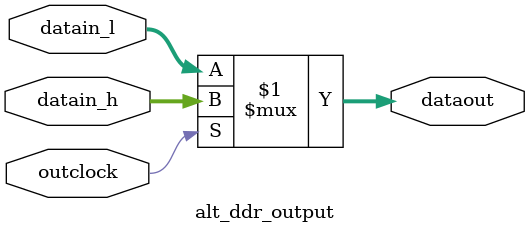
<source format=v>

module alt_ddr_output (
    datain_h,
    datain_l,
    outclock,
    dataout);

parameter   PAD_WIDTH = 8;

    input   [PAD_WIDTH-1:0]  datain_h;
    input   [PAD_WIDTH-1:0]  datain_l;
    input     outclock;
    output  [PAD_WIDTH-1:0]  dataout;

wire [PAD_WIDTH-1:0]         dataout;
assign                       dataout = outclock ? datain_h : datain_l;

endmodule

</source>
